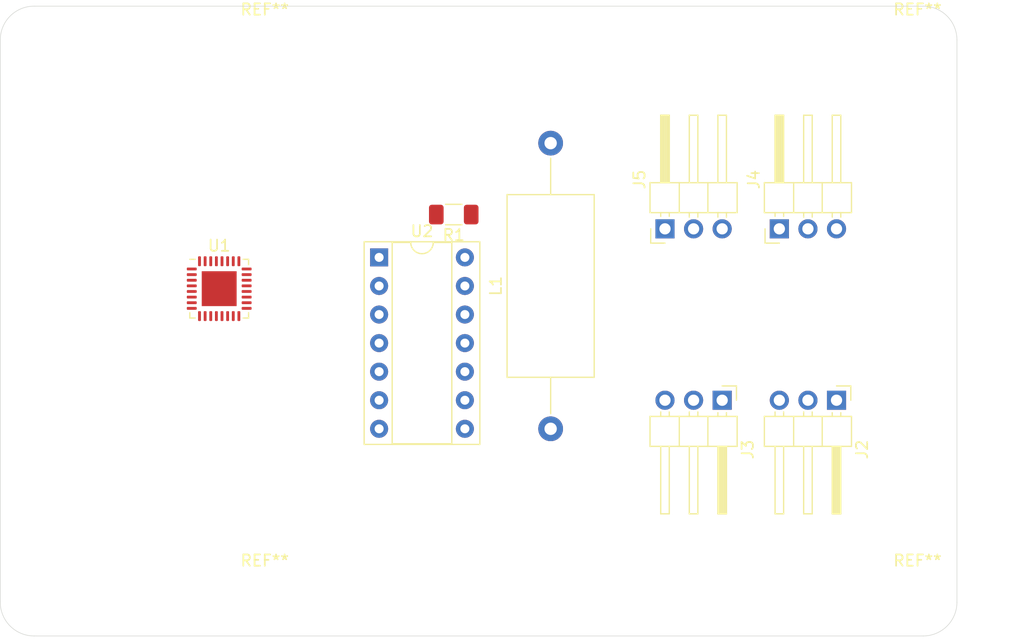
<source format=kicad_pcb>
(kicad_pcb (version 20171130) (host pcbnew "(5.1.9)-1")

  (general
    (thickness 1.6)
    (drawings 8)
    (tracks 0)
    (zones 0)
    (modules 12)
    (nets 39)
  )

  (page A4)
  (layers
    (0 F.Cu signal)
    (31 B.Cu signal)
    (32 B.Adhes user)
    (33 F.Adhes user)
    (34 B.Paste user)
    (35 F.Paste user)
    (36 B.SilkS user)
    (37 F.SilkS user)
    (38 B.Mask user)
    (39 F.Mask user)
    (40 Dwgs.User user)
    (41 Cmts.User user)
    (42 Eco1.User user)
    (43 Eco2.User user)
    (44 Edge.Cuts user)
    (45 Margin user)
    (46 B.CrtYd user)
    (47 F.CrtYd user)
    (48 B.Fab user)
    (49 F.Fab user)
  )

  (setup
    (last_trace_width 0.25)
    (trace_clearance 0.2)
    (zone_clearance 0.508)
    (zone_45_only no)
    (trace_min 0.2)
    (via_size 0.8)
    (via_drill 0.4)
    (via_min_size 0.4)
    (via_min_drill 0.3)
    (uvia_size 0.3)
    (uvia_drill 0.1)
    (uvias_allowed no)
    (uvia_min_size 0.2)
    (uvia_min_drill 0.1)
    (edge_width 0.05)
    (segment_width 0.2)
    (pcb_text_width 0.3)
    (pcb_text_size 1.5 1.5)
    (mod_edge_width 0.12)
    (mod_text_size 1 1)
    (mod_text_width 0.15)
    (pad_size 1.524 1.524)
    (pad_drill 0.762)
    (pad_to_mask_clearance 0)
    (aux_axis_origin 0 0)
    (visible_elements FFFFFF7F)
    (pcbplotparams
      (layerselection 0x010fc_ffffffff)
      (usegerberextensions false)
      (usegerberattributes true)
      (usegerberadvancedattributes true)
      (creategerberjobfile true)
      (excludeedgelayer true)
      (linewidth 0.100000)
      (plotframeref false)
      (viasonmask false)
      (mode 1)
      (useauxorigin false)
      (hpglpennumber 1)
      (hpglpenspeed 20)
      (hpglpendiameter 15.000000)
      (psnegative false)
      (psa4output false)
      (plotreference true)
      (plotvalue true)
      (plotinvisibletext false)
      (padsonsilk false)
      (subtractmaskfromsilk false)
      (outputformat 1)
      (mirror false)
      (drillshape 1)
      (scaleselection 1)
      (outputdirectory ""))
  )

  (net 0 "")
  (net 1 Meas1)
  (net 2 Vout)
  (net 3 GND)
  (net 4 Meas2)
  (net 5 Meas3)
  (net 6 Meas4)
  (net 7 "Net-(L1-Pad1)")
  (net 8 "Net-(R1-Pad2)")
  (net 9 +12V)
  (net 10 "Net-(U1-Pad32)")
  (net 11 "Net-(U1-Pad31)")
  (net 12 "Net-(U1-Pad30)")
  (net 13 "Net-(U1-Pad29)")
  (net 14 "Net-(U1-Pad28)")
  (net 15 "Net-(U1-Pad27)")
  (net 16 "Net-(U1-Pad26)")
  (net 17 "Net-(U1-Pad25)")
  (net 18 "Net-(U1-Pad24)")
  (net 19 "Net-(U1-Pad23)")
  (net 20 "Net-(U1-Pad22)")
  (net 21 "Net-(U1-Pad19)")
  (net 22 +5V)
  (net 23 "Net-(U1-Pad17)")
  (net 24 "Net-(U1-Pad16)")
  (net 25 "Net-(U1-Pad15)")
  (net 26 "Net-(U1-Pad14)")
  (net 27 "Net-(U1-Pad13)")
  (net 28 "Net-(U1-Pad12)")
  (net 29 "Net-(U1-Pad8)")
  (net 30 "Net-(U1-Pad7)")
  (net 31 "Net-(U1-Pad6)")
  (net 32 "Net-(U1-Pad3)")
  (net 33 INH)
  (net 34 "Net-(U2-Pad12)")
  (net 35 "Net-(U2-Pad11)")
  (net 36 "Net-(C1-Pad1)")
  (net 37 "Net-(U2-Pad9)")
  (net 38 "Net-(R2-Pad2)")

  (net_class Default "This is the default net class."
    (clearance 0.2)
    (trace_width 0.25)
    (via_dia 0.8)
    (via_drill 0.4)
    (uvia_dia 0.3)
    (uvia_drill 0.1)
    (add_net +12V)
    (add_net +5V)
    (add_net GND)
    (add_net INH)
    (add_net Meas1)
    (add_net Meas2)
    (add_net Meas3)
    (add_net Meas4)
    (add_net "Net-(C1-Pad1)")
    (add_net "Net-(L1-Pad1)")
    (add_net "Net-(R1-Pad2)")
    (add_net "Net-(R2-Pad2)")
    (add_net "Net-(U1-Pad12)")
    (add_net "Net-(U1-Pad13)")
    (add_net "Net-(U1-Pad14)")
    (add_net "Net-(U1-Pad15)")
    (add_net "Net-(U1-Pad16)")
    (add_net "Net-(U1-Pad17)")
    (add_net "Net-(U1-Pad19)")
    (add_net "Net-(U1-Pad22)")
    (add_net "Net-(U1-Pad23)")
    (add_net "Net-(U1-Pad24)")
    (add_net "Net-(U1-Pad25)")
    (add_net "Net-(U1-Pad26)")
    (add_net "Net-(U1-Pad27)")
    (add_net "Net-(U1-Pad28)")
    (add_net "Net-(U1-Pad29)")
    (add_net "Net-(U1-Pad3)")
    (add_net "Net-(U1-Pad30)")
    (add_net "Net-(U1-Pad31)")
    (add_net "Net-(U1-Pad32)")
    (add_net "Net-(U1-Pad6)")
    (add_net "Net-(U1-Pad7)")
    (add_net "Net-(U1-Pad8)")
    (add_net "Net-(U2-Pad11)")
    (add_net "Net-(U2-Pad12)")
    (add_net "Net-(U2-Pad9)")
    (add_net Vout)
  )

  (module Connector_PinHeader_2.54mm:PinHeader_1x03_P2.54mm_Horizontal (layer F.Cu) (tedit 59FED5CB) (tstamp 61BA479C)
    (at 99.06 50.8 90)
    (descr "Through hole angled pin header, 1x03, 2.54mm pitch, 6mm pin length, single row")
    (tags "Through hole angled pin header THT 1x03 2.54mm single row")
    (path /61BA5102)
    (fp_text reference J5 (at 4.385 -2.27 90) (layer F.SilkS)
      (effects (font (size 1 1) (thickness 0.15)))
    )
    (fp_text value Conn_01x03 (at 4.385 7.35 90) (layer F.Fab)
      (effects (font (size 1 1) (thickness 0.15)))
    )
    (fp_text user %R (at 2.77 2.54) (layer F.Fab)
      (effects (font (size 1 1) (thickness 0.15)))
    )
    (fp_line (start 2.135 -1.27) (end 4.04 -1.27) (layer F.Fab) (width 0.1))
    (fp_line (start 4.04 -1.27) (end 4.04 6.35) (layer F.Fab) (width 0.1))
    (fp_line (start 4.04 6.35) (end 1.5 6.35) (layer F.Fab) (width 0.1))
    (fp_line (start 1.5 6.35) (end 1.5 -0.635) (layer F.Fab) (width 0.1))
    (fp_line (start 1.5 -0.635) (end 2.135 -1.27) (layer F.Fab) (width 0.1))
    (fp_line (start -0.32 -0.32) (end 1.5 -0.32) (layer F.Fab) (width 0.1))
    (fp_line (start -0.32 -0.32) (end -0.32 0.32) (layer F.Fab) (width 0.1))
    (fp_line (start -0.32 0.32) (end 1.5 0.32) (layer F.Fab) (width 0.1))
    (fp_line (start 4.04 -0.32) (end 10.04 -0.32) (layer F.Fab) (width 0.1))
    (fp_line (start 10.04 -0.32) (end 10.04 0.32) (layer F.Fab) (width 0.1))
    (fp_line (start 4.04 0.32) (end 10.04 0.32) (layer F.Fab) (width 0.1))
    (fp_line (start -0.32 2.22) (end 1.5 2.22) (layer F.Fab) (width 0.1))
    (fp_line (start -0.32 2.22) (end -0.32 2.86) (layer F.Fab) (width 0.1))
    (fp_line (start -0.32 2.86) (end 1.5 2.86) (layer F.Fab) (width 0.1))
    (fp_line (start 4.04 2.22) (end 10.04 2.22) (layer F.Fab) (width 0.1))
    (fp_line (start 10.04 2.22) (end 10.04 2.86) (layer F.Fab) (width 0.1))
    (fp_line (start 4.04 2.86) (end 10.04 2.86) (layer F.Fab) (width 0.1))
    (fp_line (start -0.32 4.76) (end 1.5 4.76) (layer F.Fab) (width 0.1))
    (fp_line (start -0.32 4.76) (end -0.32 5.4) (layer F.Fab) (width 0.1))
    (fp_line (start -0.32 5.4) (end 1.5 5.4) (layer F.Fab) (width 0.1))
    (fp_line (start 4.04 4.76) (end 10.04 4.76) (layer F.Fab) (width 0.1))
    (fp_line (start 10.04 4.76) (end 10.04 5.4) (layer F.Fab) (width 0.1))
    (fp_line (start 4.04 5.4) (end 10.04 5.4) (layer F.Fab) (width 0.1))
    (fp_line (start 1.44 -1.33) (end 1.44 6.41) (layer F.SilkS) (width 0.12))
    (fp_line (start 1.44 6.41) (end 4.1 6.41) (layer F.SilkS) (width 0.12))
    (fp_line (start 4.1 6.41) (end 4.1 -1.33) (layer F.SilkS) (width 0.12))
    (fp_line (start 4.1 -1.33) (end 1.44 -1.33) (layer F.SilkS) (width 0.12))
    (fp_line (start 4.1 -0.38) (end 10.1 -0.38) (layer F.SilkS) (width 0.12))
    (fp_line (start 10.1 -0.38) (end 10.1 0.38) (layer F.SilkS) (width 0.12))
    (fp_line (start 10.1 0.38) (end 4.1 0.38) (layer F.SilkS) (width 0.12))
    (fp_line (start 4.1 -0.32) (end 10.1 -0.32) (layer F.SilkS) (width 0.12))
    (fp_line (start 4.1 -0.2) (end 10.1 -0.2) (layer F.SilkS) (width 0.12))
    (fp_line (start 4.1 -0.08) (end 10.1 -0.08) (layer F.SilkS) (width 0.12))
    (fp_line (start 4.1 0.04) (end 10.1 0.04) (layer F.SilkS) (width 0.12))
    (fp_line (start 4.1 0.16) (end 10.1 0.16) (layer F.SilkS) (width 0.12))
    (fp_line (start 4.1 0.28) (end 10.1 0.28) (layer F.SilkS) (width 0.12))
    (fp_line (start 1.11 -0.38) (end 1.44 -0.38) (layer F.SilkS) (width 0.12))
    (fp_line (start 1.11 0.38) (end 1.44 0.38) (layer F.SilkS) (width 0.12))
    (fp_line (start 1.44 1.27) (end 4.1 1.27) (layer F.SilkS) (width 0.12))
    (fp_line (start 4.1 2.16) (end 10.1 2.16) (layer F.SilkS) (width 0.12))
    (fp_line (start 10.1 2.16) (end 10.1 2.92) (layer F.SilkS) (width 0.12))
    (fp_line (start 10.1 2.92) (end 4.1 2.92) (layer F.SilkS) (width 0.12))
    (fp_line (start 1.042929 2.16) (end 1.44 2.16) (layer F.SilkS) (width 0.12))
    (fp_line (start 1.042929 2.92) (end 1.44 2.92) (layer F.SilkS) (width 0.12))
    (fp_line (start 1.44 3.81) (end 4.1 3.81) (layer F.SilkS) (width 0.12))
    (fp_line (start 4.1 4.7) (end 10.1 4.7) (layer F.SilkS) (width 0.12))
    (fp_line (start 10.1 4.7) (end 10.1 5.46) (layer F.SilkS) (width 0.12))
    (fp_line (start 10.1 5.46) (end 4.1 5.46) (layer F.SilkS) (width 0.12))
    (fp_line (start 1.042929 4.7) (end 1.44 4.7) (layer F.SilkS) (width 0.12))
    (fp_line (start 1.042929 5.46) (end 1.44 5.46) (layer F.SilkS) (width 0.12))
    (fp_line (start -1.27 0) (end -1.27 -1.27) (layer F.SilkS) (width 0.12))
    (fp_line (start -1.27 -1.27) (end 0 -1.27) (layer F.SilkS) (width 0.12))
    (fp_line (start -1.8 -1.8) (end -1.8 6.85) (layer F.CrtYd) (width 0.05))
    (fp_line (start -1.8 6.85) (end 10.55 6.85) (layer F.CrtYd) (width 0.05))
    (fp_line (start 10.55 6.85) (end 10.55 -1.8) (layer F.CrtYd) (width 0.05))
    (fp_line (start 10.55 -1.8) (end -1.8 -1.8) (layer F.CrtYd) (width 0.05))
    (pad 3 thru_hole oval (at 0 5.08 90) (size 1.7 1.7) (drill 1) (layers *.Cu *.Mask)
      (net 6 Meas4))
    (pad 2 thru_hole oval (at 0 2.54 90) (size 1.7 1.7) (drill 1) (layers *.Cu *.Mask)
      (net 2 Vout))
    (pad 1 thru_hole rect (at 0 0 90) (size 1.7 1.7) (drill 1) (layers *.Cu *.Mask)
      (net 3 GND))
    (model ${KISYS3DMOD}/Connector_PinHeader_2.54mm.3dshapes/PinHeader_1x03_P2.54mm_Horizontal.wrl
      (at (xyz 0 0 0))
      (scale (xyz 1 1 1))
      (rotate (xyz 0 0 0))
    )
  )

  (module Connector_PinHeader_2.54mm:PinHeader_1x03_P2.54mm_Horizontal (layer F.Cu) (tedit 59FED5CB) (tstamp 61BA4081)
    (at 109.22 50.8 90)
    (descr "Through hole angled pin header, 1x03, 2.54mm pitch, 6mm pin length, single row")
    (tags "Through hole angled pin header THT 1x03 2.54mm single row")
    (path /61BA4DFC)
    (fp_text reference J4 (at 4.385 -2.27 90) (layer F.SilkS)
      (effects (font (size 1 1) (thickness 0.15)))
    )
    (fp_text value Conn_01x03 (at 4.385 7.35 90) (layer F.Fab)
      (effects (font (size 1 1) (thickness 0.15)))
    )
    (fp_text user %R (at 2.77 2.54) (layer F.Fab)
      (effects (font (size 1 1) (thickness 0.15)))
    )
    (fp_line (start 2.135 -1.27) (end 4.04 -1.27) (layer F.Fab) (width 0.1))
    (fp_line (start 4.04 -1.27) (end 4.04 6.35) (layer F.Fab) (width 0.1))
    (fp_line (start 4.04 6.35) (end 1.5 6.35) (layer F.Fab) (width 0.1))
    (fp_line (start 1.5 6.35) (end 1.5 -0.635) (layer F.Fab) (width 0.1))
    (fp_line (start 1.5 -0.635) (end 2.135 -1.27) (layer F.Fab) (width 0.1))
    (fp_line (start -0.32 -0.32) (end 1.5 -0.32) (layer F.Fab) (width 0.1))
    (fp_line (start -0.32 -0.32) (end -0.32 0.32) (layer F.Fab) (width 0.1))
    (fp_line (start -0.32 0.32) (end 1.5 0.32) (layer F.Fab) (width 0.1))
    (fp_line (start 4.04 -0.32) (end 10.04 -0.32) (layer F.Fab) (width 0.1))
    (fp_line (start 10.04 -0.32) (end 10.04 0.32) (layer F.Fab) (width 0.1))
    (fp_line (start 4.04 0.32) (end 10.04 0.32) (layer F.Fab) (width 0.1))
    (fp_line (start -0.32 2.22) (end 1.5 2.22) (layer F.Fab) (width 0.1))
    (fp_line (start -0.32 2.22) (end -0.32 2.86) (layer F.Fab) (width 0.1))
    (fp_line (start -0.32 2.86) (end 1.5 2.86) (layer F.Fab) (width 0.1))
    (fp_line (start 4.04 2.22) (end 10.04 2.22) (layer F.Fab) (width 0.1))
    (fp_line (start 10.04 2.22) (end 10.04 2.86) (layer F.Fab) (width 0.1))
    (fp_line (start 4.04 2.86) (end 10.04 2.86) (layer F.Fab) (width 0.1))
    (fp_line (start -0.32 4.76) (end 1.5 4.76) (layer F.Fab) (width 0.1))
    (fp_line (start -0.32 4.76) (end -0.32 5.4) (layer F.Fab) (width 0.1))
    (fp_line (start -0.32 5.4) (end 1.5 5.4) (layer F.Fab) (width 0.1))
    (fp_line (start 4.04 4.76) (end 10.04 4.76) (layer F.Fab) (width 0.1))
    (fp_line (start 10.04 4.76) (end 10.04 5.4) (layer F.Fab) (width 0.1))
    (fp_line (start 4.04 5.4) (end 10.04 5.4) (layer F.Fab) (width 0.1))
    (fp_line (start 1.44 -1.33) (end 1.44 6.41) (layer F.SilkS) (width 0.12))
    (fp_line (start 1.44 6.41) (end 4.1 6.41) (layer F.SilkS) (width 0.12))
    (fp_line (start 4.1 6.41) (end 4.1 -1.33) (layer F.SilkS) (width 0.12))
    (fp_line (start 4.1 -1.33) (end 1.44 -1.33) (layer F.SilkS) (width 0.12))
    (fp_line (start 4.1 -0.38) (end 10.1 -0.38) (layer F.SilkS) (width 0.12))
    (fp_line (start 10.1 -0.38) (end 10.1 0.38) (layer F.SilkS) (width 0.12))
    (fp_line (start 10.1 0.38) (end 4.1 0.38) (layer F.SilkS) (width 0.12))
    (fp_line (start 4.1 -0.32) (end 10.1 -0.32) (layer F.SilkS) (width 0.12))
    (fp_line (start 4.1 -0.2) (end 10.1 -0.2) (layer F.SilkS) (width 0.12))
    (fp_line (start 4.1 -0.08) (end 10.1 -0.08) (layer F.SilkS) (width 0.12))
    (fp_line (start 4.1 0.04) (end 10.1 0.04) (layer F.SilkS) (width 0.12))
    (fp_line (start 4.1 0.16) (end 10.1 0.16) (layer F.SilkS) (width 0.12))
    (fp_line (start 4.1 0.28) (end 10.1 0.28) (layer F.SilkS) (width 0.12))
    (fp_line (start 1.11 -0.38) (end 1.44 -0.38) (layer F.SilkS) (width 0.12))
    (fp_line (start 1.11 0.38) (end 1.44 0.38) (layer F.SilkS) (width 0.12))
    (fp_line (start 1.44 1.27) (end 4.1 1.27) (layer F.SilkS) (width 0.12))
    (fp_line (start 4.1 2.16) (end 10.1 2.16) (layer F.SilkS) (width 0.12))
    (fp_line (start 10.1 2.16) (end 10.1 2.92) (layer F.SilkS) (width 0.12))
    (fp_line (start 10.1 2.92) (end 4.1 2.92) (layer F.SilkS) (width 0.12))
    (fp_line (start 1.042929 2.16) (end 1.44 2.16) (layer F.SilkS) (width 0.12))
    (fp_line (start 1.042929 2.92) (end 1.44 2.92) (layer F.SilkS) (width 0.12))
    (fp_line (start 1.44 3.81) (end 4.1 3.81) (layer F.SilkS) (width 0.12))
    (fp_line (start 4.1 4.7) (end 10.1 4.7) (layer F.SilkS) (width 0.12))
    (fp_line (start 10.1 4.7) (end 10.1 5.46) (layer F.SilkS) (width 0.12))
    (fp_line (start 10.1 5.46) (end 4.1 5.46) (layer F.SilkS) (width 0.12))
    (fp_line (start 1.042929 4.7) (end 1.44 4.7) (layer F.SilkS) (width 0.12))
    (fp_line (start 1.042929 5.46) (end 1.44 5.46) (layer F.SilkS) (width 0.12))
    (fp_line (start -1.27 0) (end -1.27 -1.27) (layer F.SilkS) (width 0.12))
    (fp_line (start -1.27 -1.27) (end 0 -1.27) (layer F.SilkS) (width 0.12))
    (fp_line (start -1.8 -1.8) (end -1.8 6.85) (layer F.CrtYd) (width 0.05))
    (fp_line (start -1.8 6.85) (end 10.55 6.85) (layer F.CrtYd) (width 0.05))
    (fp_line (start 10.55 6.85) (end 10.55 -1.8) (layer F.CrtYd) (width 0.05))
    (fp_line (start 10.55 -1.8) (end -1.8 -1.8) (layer F.CrtYd) (width 0.05))
    (pad 3 thru_hole oval (at 0 5.08 90) (size 1.7 1.7) (drill 1) (layers *.Cu *.Mask)
      (net 5 Meas3))
    (pad 2 thru_hole oval (at 0 2.54 90) (size 1.7 1.7) (drill 1) (layers *.Cu *.Mask)
      (net 2 Vout))
    (pad 1 thru_hole rect (at 0 0 90) (size 1.7 1.7) (drill 1) (layers *.Cu *.Mask)
      (net 3 GND))
    (model ${KISYS3DMOD}/Connector_PinHeader_2.54mm.3dshapes/PinHeader_1x03_P2.54mm_Horizontal.wrl
      (at (xyz 0 0 0))
      (scale (xyz 1 1 1))
      (rotate (xyz 0 0 0))
    )
  )

  (module Connector_PinHeader_2.54mm:PinHeader_1x03_P2.54mm_Horizontal (layer F.Cu) (tedit 59FED5CB) (tstamp 61BA4041)
    (at 104.14 66.04 270)
    (descr "Through hole angled pin header, 1x03, 2.54mm pitch, 6mm pin length, single row")
    (tags "Through hole angled pin header THT 1x03 2.54mm single row")
    (path /61BA4A49)
    (fp_text reference J3 (at 4.385 -2.27 90) (layer F.SilkS)
      (effects (font (size 1 1) (thickness 0.15)))
    )
    (fp_text value Conn_01x03 (at 4.385 7.35 90) (layer F.Fab)
      (effects (font (size 1 1) (thickness 0.15)))
    )
    (fp_text user %R (at 2.77 2.54) (layer F.Fab)
      (effects (font (size 1 1) (thickness 0.15)))
    )
    (fp_line (start 2.135 -1.27) (end 4.04 -1.27) (layer F.Fab) (width 0.1))
    (fp_line (start 4.04 -1.27) (end 4.04 6.35) (layer F.Fab) (width 0.1))
    (fp_line (start 4.04 6.35) (end 1.5 6.35) (layer F.Fab) (width 0.1))
    (fp_line (start 1.5 6.35) (end 1.5 -0.635) (layer F.Fab) (width 0.1))
    (fp_line (start 1.5 -0.635) (end 2.135 -1.27) (layer F.Fab) (width 0.1))
    (fp_line (start -0.32 -0.32) (end 1.5 -0.32) (layer F.Fab) (width 0.1))
    (fp_line (start -0.32 -0.32) (end -0.32 0.32) (layer F.Fab) (width 0.1))
    (fp_line (start -0.32 0.32) (end 1.5 0.32) (layer F.Fab) (width 0.1))
    (fp_line (start 4.04 -0.32) (end 10.04 -0.32) (layer F.Fab) (width 0.1))
    (fp_line (start 10.04 -0.32) (end 10.04 0.32) (layer F.Fab) (width 0.1))
    (fp_line (start 4.04 0.32) (end 10.04 0.32) (layer F.Fab) (width 0.1))
    (fp_line (start -0.32 2.22) (end 1.5 2.22) (layer F.Fab) (width 0.1))
    (fp_line (start -0.32 2.22) (end -0.32 2.86) (layer F.Fab) (width 0.1))
    (fp_line (start -0.32 2.86) (end 1.5 2.86) (layer F.Fab) (width 0.1))
    (fp_line (start 4.04 2.22) (end 10.04 2.22) (layer F.Fab) (width 0.1))
    (fp_line (start 10.04 2.22) (end 10.04 2.86) (layer F.Fab) (width 0.1))
    (fp_line (start 4.04 2.86) (end 10.04 2.86) (layer F.Fab) (width 0.1))
    (fp_line (start -0.32 4.76) (end 1.5 4.76) (layer F.Fab) (width 0.1))
    (fp_line (start -0.32 4.76) (end -0.32 5.4) (layer F.Fab) (width 0.1))
    (fp_line (start -0.32 5.4) (end 1.5 5.4) (layer F.Fab) (width 0.1))
    (fp_line (start 4.04 4.76) (end 10.04 4.76) (layer F.Fab) (width 0.1))
    (fp_line (start 10.04 4.76) (end 10.04 5.4) (layer F.Fab) (width 0.1))
    (fp_line (start 4.04 5.4) (end 10.04 5.4) (layer F.Fab) (width 0.1))
    (fp_line (start 1.44 -1.33) (end 1.44 6.41) (layer F.SilkS) (width 0.12))
    (fp_line (start 1.44 6.41) (end 4.1 6.41) (layer F.SilkS) (width 0.12))
    (fp_line (start 4.1 6.41) (end 4.1 -1.33) (layer F.SilkS) (width 0.12))
    (fp_line (start 4.1 -1.33) (end 1.44 -1.33) (layer F.SilkS) (width 0.12))
    (fp_line (start 4.1 -0.38) (end 10.1 -0.38) (layer F.SilkS) (width 0.12))
    (fp_line (start 10.1 -0.38) (end 10.1 0.38) (layer F.SilkS) (width 0.12))
    (fp_line (start 10.1 0.38) (end 4.1 0.38) (layer F.SilkS) (width 0.12))
    (fp_line (start 4.1 -0.32) (end 10.1 -0.32) (layer F.SilkS) (width 0.12))
    (fp_line (start 4.1 -0.2) (end 10.1 -0.2) (layer F.SilkS) (width 0.12))
    (fp_line (start 4.1 -0.08) (end 10.1 -0.08) (layer F.SilkS) (width 0.12))
    (fp_line (start 4.1 0.04) (end 10.1 0.04) (layer F.SilkS) (width 0.12))
    (fp_line (start 4.1 0.16) (end 10.1 0.16) (layer F.SilkS) (width 0.12))
    (fp_line (start 4.1 0.28) (end 10.1 0.28) (layer F.SilkS) (width 0.12))
    (fp_line (start 1.11 -0.38) (end 1.44 -0.38) (layer F.SilkS) (width 0.12))
    (fp_line (start 1.11 0.38) (end 1.44 0.38) (layer F.SilkS) (width 0.12))
    (fp_line (start 1.44 1.27) (end 4.1 1.27) (layer F.SilkS) (width 0.12))
    (fp_line (start 4.1 2.16) (end 10.1 2.16) (layer F.SilkS) (width 0.12))
    (fp_line (start 10.1 2.16) (end 10.1 2.92) (layer F.SilkS) (width 0.12))
    (fp_line (start 10.1 2.92) (end 4.1 2.92) (layer F.SilkS) (width 0.12))
    (fp_line (start 1.042929 2.16) (end 1.44 2.16) (layer F.SilkS) (width 0.12))
    (fp_line (start 1.042929 2.92) (end 1.44 2.92) (layer F.SilkS) (width 0.12))
    (fp_line (start 1.44 3.81) (end 4.1 3.81) (layer F.SilkS) (width 0.12))
    (fp_line (start 4.1 4.7) (end 10.1 4.7) (layer F.SilkS) (width 0.12))
    (fp_line (start 10.1 4.7) (end 10.1 5.46) (layer F.SilkS) (width 0.12))
    (fp_line (start 10.1 5.46) (end 4.1 5.46) (layer F.SilkS) (width 0.12))
    (fp_line (start 1.042929 4.7) (end 1.44 4.7) (layer F.SilkS) (width 0.12))
    (fp_line (start 1.042929 5.46) (end 1.44 5.46) (layer F.SilkS) (width 0.12))
    (fp_line (start -1.27 0) (end -1.27 -1.27) (layer F.SilkS) (width 0.12))
    (fp_line (start -1.27 -1.27) (end 0 -1.27) (layer F.SilkS) (width 0.12))
    (fp_line (start -1.8 -1.8) (end -1.8 6.85) (layer F.CrtYd) (width 0.05))
    (fp_line (start -1.8 6.85) (end 10.55 6.85) (layer F.CrtYd) (width 0.05))
    (fp_line (start 10.55 6.85) (end 10.55 -1.8) (layer F.CrtYd) (width 0.05))
    (fp_line (start 10.55 -1.8) (end -1.8 -1.8) (layer F.CrtYd) (width 0.05))
    (pad 3 thru_hole oval (at 0 5.08 270) (size 1.7 1.7) (drill 1) (layers *.Cu *.Mask)
      (net 4 Meas2))
    (pad 2 thru_hole oval (at 0 2.54 270) (size 1.7 1.7) (drill 1) (layers *.Cu *.Mask)
      (net 2 Vout))
    (pad 1 thru_hole rect (at 0 0 270) (size 1.7 1.7) (drill 1) (layers *.Cu *.Mask)
      (net 3 GND))
    (model ${KISYS3DMOD}/Connector_PinHeader_2.54mm.3dshapes/PinHeader_1x03_P2.54mm_Horizontal.wrl
      (at (xyz 0 0 0))
      (scale (xyz 1 1 1))
      (rotate (xyz 0 0 0))
    )
  )

  (module Connector_PinHeader_2.54mm:PinHeader_1x03_P2.54mm_Horizontal (layer F.Cu) (tedit 59FED5CB) (tstamp 61BA4415)
    (at 114.3 66.04 270)
    (descr "Through hole angled pin header, 1x03, 2.54mm pitch, 6mm pin length, single row")
    (tags "Through hole angled pin header THT 1x03 2.54mm single row")
    (path /61BA4242)
    (fp_text reference J2 (at 4.385 -2.27 90) (layer F.SilkS)
      (effects (font (size 1 1) (thickness 0.15)))
    )
    (fp_text value Conn_01x03 (at 4.385 7.35 90) (layer F.Fab)
      (effects (font (size 1 1) (thickness 0.15)))
    )
    (fp_text user %R (at 2.77 2.54) (layer F.Fab)
      (effects (font (size 1 1) (thickness 0.15)))
    )
    (fp_line (start 2.135 -1.27) (end 4.04 -1.27) (layer F.Fab) (width 0.1))
    (fp_line (start 4.04 -1.27) (end 4.04 6.35) (layer F.Fab) (width 0.1))
    (fp_line (start 4.04 6.35) (end 1.5 6.35) (layer F.Fab) (width 0.1))
    (fp_line (start 1.5 6.35) (end 1.5 -0.635) (layer F.Fab) (width 0.1))
    (fp_line (start 1.5 -0.635) (end 2.135 -1.27) (layer F.Fab) (width 0.1))
    (fp_line (start -0.32 -0.32) (end 1.5 -0.32) (layer F.Fab) (width 0.1))
    (fp_line (start -0.32 -0.32) (end -0.32 0.32) (layer F.Fab) (width 0.1))
    (fp_line (start -0.32 0.32) (end 1.5 0.32) (layer F.Fab) (width 0.1))
    (fp_line (start 4.04 -0.32) (end 10.04 -0.32) (layer F.Fab) (width 0.1))
    (fp_line (start 10.04 -0.32) (end 10.04 0.32) (layer F.Fab) (width 0.1))
    (fp_line (start 4.04 0.32) (end 10.04 0.32) (layer F.Fab) (width 0.1))
    (fp_line (start -0.32 2.22) (end 1.5 2.22) (layer F.Fab) (width 0.1))
    (fp_line (start -0.32 2.22) (end -0.32 2.86) (layer F.Fab) (width 0.1))
    (fp_line (start -0.32 2.86) (end 1.5 2.86) (layer F.Fab) (width 0.1))
    (fp_line (start 4.04 2.22) (end 10.04 2.22) (layer F.Fab) (width 0.1))
    (fp_line (start 10.04 2.22) (end 10.04 2.86) (layer F.Fab) (width 0.1))
    (fp_line (start 4.04 2.86) (end 10.04 2.86) (layer F.Fab) (width 0.1))
    (fp_line (start -0.32 4.76) (end 1.5 4.76) (layer F.Fab) (width 0.1))
    (fp_line (start -0.32 4.76) (end -0.32 5.4) (layer F.Fab) (width 0.1))
    (fp_line (start -0.32 5.4) (end 1.5 5.4) (layer F.Fab) (width 0.1))
    (fp_line (start 4.04 4.76) (end 10.04 4.76) (layer F.Fab) (width 0.1))
    (fp_line (start 10.04 4.76) (end 10.04 5.4) (layer F.Fab) (width 0.1))
    (fp_line (start 4.04 5.4) (end 10.04 5.4) (layer F.Fab) (width 0.1))
    (fp_line (start 1.44 -1.33) (end 1.44 6.41) (layer F.SilkS) (width 0.12))
    (fp_line (start 1.44 6.41) (end 4.1 6.41) (layer F.SilkS) (width 0.12))
    (fp_line (start 4.1 6.41) (end 4.1 -1.33) (layer F.SilkS) (width 0.12))
    (fp_line (start 4.1 -1.33) (end 1.44 -1.33) (layer F.SilkS) (width 0.12))
    (fp_line (start 4.1 -0.38) (end 10.1 -0.38) (layer F.SilkS) (width 0.12))
    (fp_line (start 10.1 -0.38) (end 10.1 0.38) (layer F.SilkS) (width 0.12))
    (fp_line (start 10.1 0.38) (end 4.1 0.38) (layer F.SilkS) (width 0.12))
    (fp_line (start 4.1 -0.32) (end 10.1 -0.32) (layer F.SilkS) (width 0.12))
    (fp_line (start 4.1 -0.2) (end 10.1 -0.2) (layer F.SilkS) (width 0.12))
    (fp_line (start 4.1 -0.08) (end 10.1 -0.08) (layer F.SilkS) (width 0.12))
    (fp_line (start 4.1 0.04) (end 10.1 0.04) (layer F.SilkS) (width 0.12))
    (fp_line (start 4.1 0.16) (end 10.1 0.16) (layer F.SilkS) (width 0.12))
    (fp_line (start 4.1 0.28) (end 10.1 0.28) (layer F.SilkS) (width 0.12))
    (fp_line (start 1.11 -0.38) (end 1.44 -0.38) (layer F.SilkS) (width 0.12))
    (fp_line (start 1.11 0.38) (end 1.44 0.38) (layer F.SilkS) (width 0.12))
    (fp_line (start 1.44 1.27) (end 4.1 1.27) (layer F.SilkS) (width 0.12))
    (fp_line (start 4.1 2.16) (end 10.1 2.16) (layer F.SilkS) (width 0.12))
    (fp_line (start 10.1 2.16) (end 10.1 2.92) (layer F.SilkS) (width 0.12))
    (fp_line (start 10.1 2.92) (end 4.1 2.92) (layer F.SilkS) (width 0.12))
    (fp_line (start 1.042929 2.16) (end 1.44 2.16) (layer F.SilkS) (width 0.12))
    (fp_line (start 1.042929 2.92) (end 1.44 2.92) (layer F.SilkS) (width 0.12))
    (fp_line (start 1.44 3.81) (end 4.1 3.81) (layer F.SilkS) (width 0.12))
    (fp_line (start 4.1 4.7) (end 10.1 4.7) (layer F.SilkS) (width 0.12))
    (fp_line (start 10.1 4.7) (end 10.1 5.46) (layer F.SilkS) (width 0.12))
    (fp_line (start 10.1 5.46) (end 4.1 5.46) (layer F.SilkS) (width 0.12))
    (fp_line (start 1.042929 4.7) (end 1.44 4.7) (layer F.SilkS) (width 0.12))
    (fp_line (start 1.042929 5.46) (end 1.44 5.46) (layer F.SilkS) (width 0.12))
    (fp_line (start -1.27 0) (end -1.27 -1.27) (layer F.SilkS) (width 0.12))
    (fp_line (start -1.27 -1.27) (end 0 -1.27) (layer F.SilkS) (width 0.12))
    (fp_line (start -1.8 -1.8) (end -1.8 6.85) (layer F.CrtYd) (width 0.05))
    (fp_line (start -1.8 6.85) (end 10.55 6.85) (layer F.CrtYd) (width 0.05))
    (fp_line (start 10.55 6.85) (end 10.55 -1.8) (layer F.CrtYd) (width 0.05))
    (fp_line (start 10.55 -1.8) (end -1.8 -1.8) (layer F.CrtYd) (width 0.05))
    (pad 3 thru_hole oval (at 0 5.08 270) (size 1.7 1.7) (drill 1) (layers *.Cu *.Mask)
      (net 1 Meas1))
    (pad 2 thru_hole oval (at 0 2.54 270) (size 1.7 1.7) (drill 1) (layers *.Cu *.Mask)
      (net 2 Vout))
    (pad 1 thru_hole rect (at 0 0 270) (size 1.7 1.7) (drill 1) (layers *.Cu *.Mask)
      (net 3 GND))
    (model ${KISYS3DMOD}/Connector_PinHeader_2.54mm.3dshapes/PinHeader_1x03_P2.54mm_Horizontal.wrl
      (at (xyz 0 0 0))
      (scale (xyz 1 1 1))
      (rotate (xyz 0 0 0))
    )
  )

  (module MountingHole:MountingHole_2.2mm_M2 (layer F.Cu) (tedit 56D1B4CB) (tstamp 61BA3CBB)
    (at 63.5 34.5)
    (descr "Mounting Hole 2.2mm, no annular, M2")
    (tags "mounting hole 2.2mm no annular m2")
    (attr virtual)
    (fp_text reference REF** (at 0 -3.2) (layer F.SilkS)
      (effects (font (size 1 1) (thickness 0.15)))
    )
    (fp_text value MountingHole_2.2mm_M2 (at 0 3.2) (layer F.Fab)
      (effects (font (size 1 1) (thickness 0.15)))
    )
    (fp_text user %R (at 0.3 0) (layer F.Fab)
      (effects (font (size 1 1) (thickness 0.15)))
    )
    (fp_circle (center 0 0) (end 2.2 0) (layer Cmts.User) (width 0.15))
    (fp_circle (center 0 0) (end 2.45 0) (layer F.CrtYd) (width 0.05))
    (pad 1 np_thru_hole circle (at 0 0) (size 2.2 2.2) (drill 2.2) (layers *.Cu *.Mask))
  )

  (module MountingHole:MountingHole_2.2mm_M2 (layer F.Cu) (tedit 56D1B4CB) (tstamp 61BA3C7B)
    (at 63.5 83.5)
    (descr "Mounting Hole 2.2mm, no annular, M2")
    (tags "mounting hole 2.2mm no annular m2")
    (attr virtual)
    (fp_text reference REF** (at 0 -3.2) (layer F.SilkS)
      (effects (font (size 1 1) (thickness 0.15)))
    )
    (fp_text value MountingHole_2.2mm_M2 (at 0 3.2) (layer F.Fab)
      (effects (font (size 1 1) (thickness 0.15)))
    )
    (fp_text user %R (at 0.3 0) (layer F.Fab)
      (effects (font (size 1 1) (thickness 0.15)))
    )
    (fp_circle (center 0 0) (end 2.2 0) (layer Cmts.User) (width 0.15))
    (fp_circle (center 0 0) (end 2.45 0) (layer F.CrtYd) (width 0.05))
    (pad 1 np_thru_hole circle (at 0 0) (size 2.2 2.2) (drill 2.2) (layers *.Cu *.Mask))
  )

  (module MountingHole:MountingHole_2.2mm_M2 (layer F.Cu) (tedit 56D1B4CB) (tstamp 61BA4E17)
    (at 121.5 83.5)
    (descr "Mounting Hole 2.2mm, no annular, M2")
    (tags "mounting hole 2.2mm no annular m2")
    (attr virtual)
    (fp_text reference REF** (at 0 -3.2) (layer F.SilkS)
      (effects (font (size 1 1) (thickness 0.15)))
    )
    (fp_text value MountingHole_2.2mm_M2 (at 0 3.2) (layer F.Fab)
      (effects (font (size 1 1) (thickness 0.15)))
    )
    (fp_text user %R (at 0.3 0) (layer F.Fab)
      (effects (font (size 1 1) (thickness 0.15)))
    )
    (fp_circle (center 0 0) (end 2.2 0) (layer Cmts.User) (width 0.15))
    (fp_circle (center 0 0) (end 2.45 0) (layer F.CrtYd) (width 0.05))
    (pad 1 np_thru_hole circle (at 0 0) (size 2.2 2.2) (drill 2.2) (layers *.Cu *.Mask))
  )

  (module MountingHole:MountingHole_2.2mm_M2 (layer F.Cu) (tedit 56D1B4CB) (tstamp 61BA3BAC)
    (at 121.5 34.5)
    (descr "Mounting Hole 2.2mm, no annular, M2")
    (tags "mounting hole 2.2mm no annular m2")
    (attr virtual)
    (fp_text reference REF** (at 0 -3.2) (layer F.SilkS)
      (effects (font (size 1 1) (thickness 0.15)))
    )
    (fp_text value MountingHole_2.2mm_M2 (at 0 3.2) (layer F.Fab)
      (effects (font (size 1 1) (thickness 0.15)))
    )
    (fp_text user %R (at 0.3 0) (layer F.Fab)
      (effects (font (size 1 1) (thickness 0.15)))
    )
    (fp_circle (center 0 0) (end 2.2 0) (layer Cmts.User) (width 0.15))
    (fp_circle (center 0 0) (end 2.45 0) (layer F.CrtYd) (width 0.05))
    (pad 1 np_thru_hole circle (at 0 0) (size 2.2 2.2) (drill 2.2) (layers *.Cu *.Mask))
  )

  (module Package_DIP:DIP-14_W7.62mm_Socket (layer F.Cu) (tedit 5A02E8C5) (tstamp 61BA3A49)
    (at 73.66 53.34)
    (descr "14-lead though-hole mounted DIP package, row spacing 7.62 mm (300 mils), Socket")
    (tags "THT DIP DIL PDIP 2.54mm 7.62mm 300mil Socket")
    (path /61B9EF13)
    (fp_text reference U2 (at 3.81 -2.33) (layer F.SilkS)
      (effects (font (size 1 1) (thickness 0.15)))
    )
    (fp_text value TL497A (at 3.81 17.57) (layer F.Fab)
      (effects (font (size 1 1) (thickness 0.15)))
    )
    (fp_text user %R (at 3.81 7.62) (layer F.Fab)
      (effects (font (size 1 1) (thickness 0.15)))
    )
    (fp_arc (start 3.81 -1.33) (end 2.81 -1.33) (angle -180) (layer F.SilkS) (width 0.12))
    (fp_line (start 1.635 -1.27) (end 6.985 -1.27) (layer F.Fab) (width 0.1))
    (fp_line (start 6.985 -1.27) (end 6.985 16.51) (layer F.Fab) (width 0.1))
    (fp_line (start 6.985 16.51) (end 0.635 16.51) (layer F.Fab) (width 0.1))
    (fp_line (start 0.635 16.51) (end 0.635 -0.27) (layer F.Fab) (width 0.1))
    (fp_line (start 0.635 -0.27) (end 1.635 -1.27) (layer F.Fab) (width 0.1))
    (fp_line (start -1.27 -1.33) (end -1.27 16.57) (layer F.Fab) (width 0.1))
    (fp_line (start -1.27 16.57) (end 8.89 16.57) (layer F.Fab) (width 0.1))
    (fp_line (start 8.89 16.57) (end 8.89 -1.33) (layer F.Fab) (width 0.1))
    (fp_line (start 8.89 -1.33) (end -1.27 -1.33) (layer F.Fab) (width 0.1))
    (fp_line (start 2.81 -1.33) (end 1.16 -1.33) (layer F.SilkS) (width 0.12))
    (fp_line (start 1.16 -1.33) (end 1.16 16.57) (layer F.SilkS) (width 0.12))
    (fp_line (start 1.16 16.57) (end 6.46 16.57) (layer F.SilkS) (width 0.12))
    (fp_line (start 6.46 16.57) (end 6.46 -1.33) (layer F.SilkS) (width 0.12))
    (fp_line (start 6.46 -1.33) (end 4.81 -1.33) (layer F.SilkS) (width 0.12))
    (fp_line (start -1.33 -1.39) (end -1.33 16.63) (layer F.SilkS) (width 0.12))
    (fp_line (start -1.33 16.63) (end 8.95 16.63) (layer F.SilkS) (width 0.12))
    (fp_line (start 8.95 16.63) (end 8.95 -1.39) (layer F.SilkS) (width 0.12))
    (fp_line (start 8.95 -1.39) (end -1.33 -1.39) (layer F.SilkS) (width 0.12))
    (fp_line (start -1.55 -1.6) (end -1.55 16.85) (layer F.CrtYd) (width 0.05))
    (fp_line (start -1.55 16.85) (end 9.15 16.85) (layer F.CrtYd) (width 0.05))
    (fp_line (start 9.15 16.85) (end 9.15 -1.6) (layer F.CrtYd) (width 0.05))
    (fp_line (start 9.15 -1.6) (end -1.55 -1.6) (layer F.CrtYd) (width 0.05))
    (pad 14 thru_hole oval (at 7.62 0) (size 1.6 1.6) (drill 0.8) (layers *.Cu *.Mask)
      (net 9 +12V))
    (pad 7 thru_hole oval (at 0 15.24) (size 1.6 1.6) (drill 0.8) (layers *.Cu *.Mask)
      (net 3 GND))
    (pad 13 thru_hole oval (at 7.62 2.54) (size 1.6 1.6) (drill 0.8) (layers *.Cu *.Mask)
      (net 8 "Net-(R1-Pad2)"))
    (pad 6 thru_hole oval (at 0 12.7) (size 1.6 1.6) (drill 0.8) (layers *.Cu *.Mask)
      (net 7 "Net-(L1-Pad1)"))
    (pad 12 thru_hole oval (at 7.62 5.08) (size 1.6 1.6) (drill 0.8) (layers *.Cu *.Mask)
      (net 34 "Net-(U2-Pad12)"))
    (pad 5 thru_hole oval (at 0 10.16) (size 1.6 1.6) (drill 0.8) (layers *.Cu *.Mask)
      (net 3 GND))
    (pad 11 thru_hole oval (at 7.62 7.62) (size 1.6 1.6) (drill 0.8) (layers *.Cu *.Mask)
      (net 35 "Net-(U2-Pad11)"))
    (pad 4 thru_hole oval (at 0 7.62) (size 1.6 1.6) (drill 0.8) (layers *.Cu *.Mask)
      (net 3 GND))
    (pad 10 thru_hole oval (at 7.62 10.16) (size 1.6 1.6) (drill 0.8) (layers *.Cu *.Mask)
      (net 8 "Net-(R1-Pad2)"))
    (pad 3 thru_hole oval (at 0 5.08) (size 1.6 1.6) (drill 0.8) (layers *.Cu *.Mask)
      (net 36 "Net-(C1-Pad1)"))
    (pad 9 thru_hole oval (at 7.62 12.7) (size 1.6 1.6) (drill 0.8) (layers *.Cu *.Mask)
      (net 37 "Net-(U2-Pad9)"))
    (pad 2 thru_hole oval (at 0 2.54) (size 1.6 1.6) (drill 0.8) (layers *.Cu *.Mask)
      (net 33 INH))
    (pad 8 thru_hole oval (at 7.62 15.24) (size 1.6 1.6) (drill 0.8) (layers *.Cu *.Mask)
      (net 7 "Net-(L1-Pad1)"))
    (pad 1 thru_hole rect (at 0 0) (size 1.6 1.6) (drill 0.8) (layers *.Cu *.Mask)
      (net 38 "Net-(R2-Pad2)"))
    (model ${KISYS3DMOD}/Package_DIP.3dshapes/DIP-14_W7.62mm_Socket.wrl
      (at (xyz 0 0 0))
      (scale (xyz 1 1 1))
      (rotate (xyz 0 0 0))
    )
  )

  (module Package_DFN_QFN:QFN-32-1EP_5x5mm_P0.5mm_EP3.1x3.1mm (layer F.Cu) (tedit 5DC5F6A4) (tstamp 61BA4C67)
    (at 59.45 56.12)
    (descr "QFN, 32 Pin (http://ww1.microchip.com/downloads/en/DeviceDoc/8008S.pdf#page=20), generated with kicad-footprint-generator ipc_noLead_generator.py")
    (tags "QFN NoLead")
    (path /61B9CFD4)
    (attr smd)
    (fp_text reference U1 (at 0 -3.82) (layer F.SilkS)
      (effects (font (size 1 1) (thickness 0.15)))
    )
    (fp_text value ATmega168PB-MU (at 0 3.82) (layer F.Fab)
      (effects (font (size 1 1) (thickness 0.15)))
    )
    (fp_text user %R (at 0 0) (layer F.Fab)
      (effects (font (size 1 1) (thickness 0.15)))
    )
    (fp_line (start 2.135 -2.61) (end 2.61 -2.61) (layer F.SilkS) (width 0.12))
    (fp_line (start 2.61 -2.61) (end 2.61 -2.135) (layer F.SilkS) (width 0.12))
    (fp_line (start -2.135 2.61) (end -2.61 2.61) (layer F.SilkS) (width 0.12))
    (fp_line (start -2.61 2.61) (end -2.61 2.135) (layer F.SilkS) (width 0.12))
    (fp_line (start 2.135 2.61) (end 2.61 2.61) (layer F.SilkS) (width 0.12))
    (fp_line (start 2.61 2.61) (end 2.61 2.135) (layer F.SilkS) (width 0.12))
    (fp_line (start -2.135 -2.61) (end -2.61 -2.61) (layer F.SilkS) (width 0.12))
    (fp_line (start -1.5 -2.5) (end 2.5 -2.5) (layer F.Fab) (width 0.1))
    (fp_line (start 2.5 -2.5) (end 2.5 2.5) (layer F.Fab) (width 0.1))
    (fp_line (start 2.5 2.5) (end -2.5 2.5) (layer F.Fab) (width 0.1))
    (fp_line (start -2.5 2.5) (end -2.5 -1.5) (layer F.Fab) (width 0.1))
    (fp_line (start -2.5 -1.5) (end -1.5 -2.5) (layer F.Fab) (width 0.1))
    (fp_line (start -3.12 -3.12) (end -3.12 3.12) (layer F.CrtYd) (width 0.05))
    (fp_line (start -3.12 3.12) (end 3.12 3.12) (layer F.CrtYd) (width 0.05))
    (fp_line (start 3.12 3.12) (end 3.12 -3.12) (layer F.CrtYd) (width 0.05))
    (fp_line (start 3.12 -3.12) (end -3.12 -3.12) (layer F.CrtYd) (width 0.05))
    (pad "" smd roundrect (at 1.03 1.03) (size 0.83 0.83) (layers F.Paste) (roundrect_rratio 0.25))
    (pad "" smd roundrect (at 1.03 0) (size 0.83 0.83) (layers F.Paste) (roundrect_rratio 0.25))
    (pad "" smd roundrect (at 1.03 -1.03) (size 0.83 0.83) (layers F.Paste) (roundrect_rratio 0.25))
    (pad "" smd roundrect (at 0 1.03) (size 0.83 0.83) (layers F.Paste) (roundrect_rratio 0.25))
    (pad "" smd roundrect (at 0 0) (size 0.83 0.83) (layers F.Paste) (roundrect_rratio 0.25))
    (pad "" smd roundrect (at 0 -1.03) (size 0.83 0.83) (layers F.Paste) (roundrect_rratio 0.25))
    (pad "" smd roundrect (at -1.03 1.03) (size 0.83 0.83) (layers F.Paste) (roundrect_rratio 0.25))
    (pad "" smd roundrect (at -1.03 0) (size 0.83 0.83) (layers F.Paste) (roundrect_rratio 0.25))
    (pad "" smd roundrect (at -1.03 -1.03) (size 0.83 0.83) (layers F.Paste) (roundrect_rratio 0.25))
    (pad 33 smd rect (at 0 0) (size 3.1 3.1) (layers F.Cu F.Mask)
      (net 3 GND))
    (pad 32 smd roundrect (at -1.75 -2.4375) (size 0.25 0.875) (layers F.Cu F.Paste F.Mask) (roundrect_rratio 0.25)
      (net 10 "Net-(U1-Pad32)"))
    (pad 31 smd roundrect (at -1.25 -2.4375) (size 0.25 0.875) (layers F.Cu F.Paste F.Mask) (roundrect_rratio 0.25)
      (net 11 "Net-(U1-Pad31)"))
    (pad 30 smd roundrect (at -0.75 -2.4375) (size 0.25 0.875) (layers F.Cu F.Paste F.Mask) (roundrect_rratio 0.25)
      (net 12 "Net-(U1-Pad30)"))
    (pad 29 smd roundrect (at -0.25 -2.4375) (size 0.25 0.875) (layers F.Cu F.Paste F.Mask) (roundrect_rratio 0.25)
      (net 13 "Net-(U1-Pad29)"))
    (pad 28 smd roundrect (at 0.25 -2.4375) (size 0.25 0.875) (layers F.Cu F.Paste F.Mask) (roundrect_rratio 0.25)
      (net 14 "Net-(U1-Pad28)"))
    (pad 27 smd roundrect (at 0.75 -2.4375) (size 0.25 0.875) (layers F.Cu F.Paste F.Mask) (roundrect_rratio 0.25)
      (net 15 "Net-(U1-Pad27)"))
    (pad 26 smd roundrect (at 1.25 -2.4375) (size 0.25 0.875) (layers F.Cu F.Paste F.Mask) (roundrect_rratio 0.25)
      (net 16 "Net-(U1-Pad26)"))
    (pad 25 smd roundrect (at 1.75 -2.4375) (size 0.25 0.875) (layers F.Cu F.Paste F.Mask) (roundrect_rratio 0.25)
      (net 17 "Net-(U1-Pad25)"))
    (pad 24 smd roundrect (at 2.4375 -1.75) (size 0.875 0.25) (layers F.Cu F.Paste F.Mask) (roundrect_rratio 0.25)
      (net 18 "Net-(U1-Pad24)"))
    (pad 23 smd roundrect (at 2.4375 -1.25) (size 0.875 0.25) (layers F.Cu F.Paste F.Mask) (roundrect_rratio 0.25)
      (net 19 "Net-(U1-Pad23)"))
    (pad 22 smd roundrect (at 2.4375 -0.75) (size 0.875 0.25) (layers F.Cu F.Paste F.Mask) (roundrect_rratio 0.25)
      (net 20 "Net-(U1-Pad22)"))
    (pad 21 smd roundrect (at 2.4375 -0.25) (size 0.875 0.25) (layers F.Cu F.Paste F.Mask) (roundrect_rratio 0.25)
      (net 3 GND))
    (pad 20 smd roundrect (at 2.4375 0.25) (size 0.875 0.25) (layers F.Cu F.Paste F.Mask) (roundrect_rratio 0.25)
      (net 3 GND))
    (pad 19 smd roundrect (at 2.4375 0.75) (size 0.875 0.25) (layers F.Cu F.Paste F.Mask) (roundrect_rratio 0.25)
      (net 21 "Net-(U1-Pad19)"))
    (pad 18 smd roundrect (at 2.4375 1.25) (size 0.875 0.25) (layers F.Cu F.Paste F.Mask) (roundrect_rratio 0.25)
      (net 22 +5V))
    (pad 17 smd roundrect (at 2.4375 1.75) (size 0.875 0.25) (layers F.Cu F.Paste F.Mask) (roundrect_rratio 0.25)
      (net 23 "Net-(U1-Pad17)"))
    (pad 16 smd roundrect (at 1.75 2.4375) (size 0.25 0.875) (layers F.Cu F.Paste F.Mask) (roundrect_rratio 0.25)
      (net 24 "Net-(U1-Pad16)"))
    (pad 15 smd roundrect (at 1.25 2.4375) (size 0.25 0.875) (layers F.Cu F.Paste F.Mask) (roundrect_rratio 0.25)
      (net 25 "Net-(U1-Pad15)"))
    (pad 14 smd roundrect (at 0.75 2.4375) (size 0.25 0.875) (layers F.Cu F.Paste F.Mask) (roundrect_rratio 0.25)
      (net 26 "Net-(U1-Pad14)"))
    (pad 13 smd roundrect (at 0.25 2.4375) (size 0.25 0.875) (layers F.Cu F.Paste F.Mask) (roundrect_rratio 0.25)
      (net 27 "Net-(U1-Pad13)"))
    (pad 12 smd roundrect (at -0.25 2.4375) (size 0.25 0.875) (layers F.Cu F.Paste F.Mask) (roundrect_rratio 0.25)
      (net 28 "Net-(U1-Pad12)"))
    (pad 11 smd roundrect (at -0.75 2.4375) (size 0.25 0.875) (layers F.Cu F.Paste F.Mask) (roundrect_rratio 0.25)
      (net 6 Meas4))
    (pad 10 smd roundrect (at -1.25 2.4375) (size 0.25 0.875) (layers F.Cu F.Paste F.Mask) (roundrect_rratio 0.25)
      (net 5 Meas3))
    (pad 9 smd roundrect (at -1.75 2.4375) (size 0.25 0.875) (layers F.Cu F.Paste F.Mask) (roundrect_rratio 0.25)
      (net 4 Meas2))
    (pad 8 smd roundrect (at -2.4375 1.75) (size 0.875 0.25) (layers F.Cu F.Paste F.Mask) (roundrect_rratio 0.25)
      (net 29 "Net-(U1-Pad8)"))
    (pad 7 smd roundrect (at -2.4375 1.25) (size 0.875 0.25) (layers F.Cu F.Paste F.Mask) (roundrect_rratio 0.25)
      (net 30 "Net-(U1-Pad7)"))
    (pad 6 smd roundrect (at -2.4375 0.75) (size 0.875 0.25) (layers F.Cu F.Paste F.Mask) (roundrect_rratio 0.25)
      (net 31 "Net-(U1-Pad6)"))
    (pad 5 smd roundrect (at -2.4375 0.25) (size 0.875 0.25) (layers F.Cu F.Paste F.Mask) (roundrect_rratio 0.25)
      (net 3 GND))
    (pad 4 smd roundrect (at -2.4375 -0.25) (size 0.875 0.25) (layers F.Cu F.Paste F.Mask) (roundrect_rratio 0.25)
      (net 22 +5V))
    (pad 3 smd roundrect (at -2.4375 -0.75) (size 0.875 0.25) (layers F.Cu F.Paste F.Mask) (roundrect_rratio 0.25)
      (net 32 "Net-(U1-Pad3)"))
    (pad 2 smd roundrect (at -2.4375 -1.25) (size 0.875 0.25) (layers F.Cu F.Paste F.Mask) (roundrect_rratio 0.25)
      (net 1 Meas1))
    (pad 1 smd roundrect (at -2.4375 -1.75) (size 0.875 0.25) (layers F.Cu F.Paste F.Mask) (roundrect_rratio 0.25)
      (net 33 INH))
    (model ${KISYS3DMOD}/Package_DFN_QFN.3dshapes/QFN-32-1EP_5x5mm_P0.5mm_EP3.1x3.1mm.wrl
      (at (xyz 0 0 0))
      (scale (xyz 1 1 1))
      (rotate (xyz 0 0 0))
    )
  )

  (module Resistor_SMD:R_1206_3216Metric_Pad1.30x1.75mm_HandSolder (layer F.Cu) (tedit 5F68FEEE) (tstamp 61BA39E0)
    (at 80.29 49.53 180)
    (descr "Resistor SMD 1206 (3216 Metric), square (rectangular) end terminal, IPC_7351 nominal with elongated pad for handsoldering. (Body size source: IPC-SM-782 page 72, https://www.pcb-3d.com/wordpress/wp-content/uploads/ipc-sm-782a_amendment_1_and_2.pdf), generated with kicad-footprint-generator")
    (tags "resistor handsolder")
    (path /61BA1B27)
    (attr smd)
    (fp_text reference R1 (at 0 -1.82) (layer F.SilkS)
      (effects (font (size 1 1) (thickness 0.15)))
    )
    (fp_text value 1R6 (at 0 1.82) (layer F.Fab)
      (effects (font (size 1 1) (thickness 0.15)))
    )
    (fp_text user %R (at 0 0) (layer F.Fab)
      (effects (font (size 0.8 0.8) (thickness 0.12)))
    )
    (fp_line (start -1.6 0.8) (end -1.6 -0.8) (layer F.Fab) (width 0.1))
    (fp_line (start -1.6 -0.8) (end 1.6 -0.8) (layer F.Fab) (width 0.1))
    (fp_line (start 1.6 -0.8) (end 1.6 0.8) (layer F.Fab) (width 0.1))
    (fp_line (start 1.6 0.8) (end -1.6 0.8) (layer F.Fab) (width 0.1))
    (fp_line (start -0.727064 -0.91) (end 0.727064 -0.91) (layer F.SilkS) (width 0.12))
    (fp_line (start -0.727064 0.91) (end 0.727064 0.91) (layer F.SilkS) (width 0.12))
    (fp_line (start -2.45 1.12) (end -2.45 -1.12) (layer F.CrtYd) (width 0.05))
    (fp_line (start -2.45 -1.12) (end 2.45 -1.12) (layer F.CrtYd) (width 0.05))
    (fp_line (start 2.45 -1.12) (end 2.45 1.12) (layer F.CrtYd) (width 0.05))
    (fp_line (start 2.45 1.12) (end -2.45 1.12) (layer F.CrtYd) (width 0.05))
    (pad 2 smd roundrect (at 1.55 0 180) (size 1.3 1.75) (layers F.Cu F.Paste F.Mask) (roundrect_rratio 0.192308)
      (net 8 "Net-(R1-Pad2)"))
    (pad 1 smd roundrect (at -1.55 0 180) (size 1.3 1.75) (layers F.Cu F.Paste F.Mask) (roundrect_rratio 0.192308)
      (net 9 +12V))
    (model ${KISYS3DMOD}/Resistor_SMD.3dshapes/R_1206_3216Metric.wrl
      (at (xyz 0 0 0))
      (scale (xyz 1 1 1))
      (rotate (xyz 0 0 0))
    )
  )

  (module Inductor_THT:L_Axial_L16.0mm_D7.5mm_P25.40mm_Horizontal_Fastron_XHBCC (layer F.Cu) (tedit 5AE59B05) (tstamp 61BA39CF)
    (at 88.9 68.58 90)
    (descr "Inductor, Axial series, Axial, Horizontal, pin pitch=25.4mm, , length*diameter=16*7.5mm^2, Fastron, XHBCC, http://www.fastrongroup.com/image-show/26/XHBCC.pdf?type=Complete-DataSheet&productType=series")
    (tags "Inductor Axial series Axial Horizontal pin pitch 25.4mm  length 16mm diameter 7.5mm Fastron XHBCC")
    (path /61BAE860)
    (fp_text reference L1 (at 12.7 -4.87 90) (layer F.SilkS)
      (effects (font (size 1 1) (thickness 0.15)))
    )
    (fp_text value L (at 12.7 4.87 90) (layer F.Fab)
      (effects (font (size 1 1) (thickness 0.15)))
    )
    (fp_text user %R (at 12.7 0 90) (layer F.Fab)
      (effects (font (size 1 1) (thickness 0.15)))
    )
    (fp_line (start 4.7 -3.75) (end 4.7 3.75) (layer F.Fab) (width 0.1))
    (fp_line (start 4.7 3.75) (end 20.7 3.75) (layer F.Fab) (width 0.1))
    (fp_line (start 20.7 3.75) (end 20.7 -3.75) (layer F.Fab) (width 0.1))
    (fp_line (start 20.7 -3.75) (end 4.7 -3.75) (layer F.Fab) (width 0.1))
    (fp_line (start 0 0) (end 4.7 0) (layer F.Fab) (width 0.1))
    (fp_line (start 25.4 0) (end 20.7 0) (layer F.Fab) (width 0.1))
    (fp_line (start 4.58 -3.87) (end 4.58 3.87) (layer F.SilkS) (width 0.12))
    (fp_line (start 4.58 3.87) (end 20.82 3.87) (layer F.SilkS) (width 0.12))
    (fp_line (start 20.82 3.87) (end 20.82 -3.87) (layer F.SilkS) (width 0.12))
    (fp_line (start 20.82 -3.87) (end 4.58 -3.87) (layer F.SilkS) (width 0.12))
    (fp_line (start 1.34 0) (end 4.58 0) (layer F.SilkS) (width 0.12))
    (fp_line (start 24.06 0) (end 20.82 0) (layer F.SilkS) (width 0.12))
    (fp_line (start -1.35 -4) (end -1.35 4) (layer F.CrtYd) (width 0.05))
    (fp_line (start -1.35 4) (end 26.75 4) (layer F.CrtYd) (width 0.05))
    (fp_line (start 26.75 4) (end 26.75 -4) (layer F.CrtYd) (width 0.05))
    (fp_line (start 26.75 -4) (end -1.35 -4) (layer F.CrtYd) (width 0.05))
    (pad 2 thru_hole oval (at 25.4 0 90) (size 2.2 2.2) (drill 1.1) (layers *.Cu *.Mask)
      (net 2 Vout))
    (pad 1 thru_hole circle (at 0 0 90) (size 2.2 2.2) (drill 1.1) (layers *.Cu *.Mask)
      (net 7 "Net-(L1-Pad1)"))
    (model ${KISYS3DMOD}/Inductor_THT.3dshapes/L_Axial_L16.0mm_D7.5mm_P25.40mm_Horizontal_Fastron_XHBCC.wrl
      (at (xyz 0 0 0))
      (scale (xyz 1 1 1))
      (rotate (xyz 0 0 0))
    )
  )

  (gr_arc (start 43 84) (end 40 84) (angle -90) (layer Edge.Cuts) (width 0.05))
  (gr_arc (start 122 84) (end 122 87) (angle -90) (layer Edge.Cuts) (width 0.05))
  (gr_arc (start 122 34) (end 125 34) (angle -90) (layer Edge.Cuts) (width 0.05))
  (gr_arc (start 43 34) (end 43 31) (angle -90) (layer Edge.Cuts) (width 0.05))
  (gr_line (start 40 34) (end 40 84) (layer Edge.Cuts) (width 0.05) (tstamp 61BA37D1))
  (gr_line (start 122 31) (end 43 31) (layer Edge.Cuts) (width 0.05))
  (gr_line (start 125 84) (end 125 34) (layer Edge.Cuts) (width 0.05))
  (gr_line (start 43 87) (end 122 87) (layer Edge.Cuts) (width 0.05))

)

</source>
